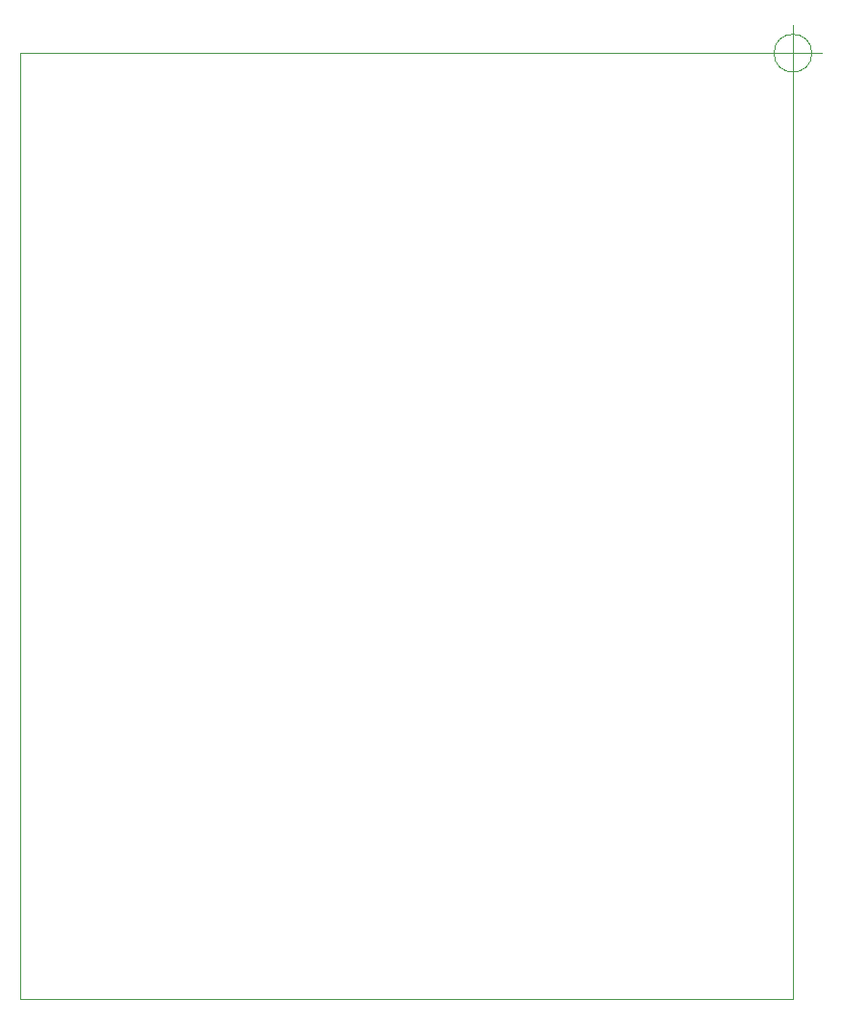
<source format=gm1>
G04 #@! TF.GenerationSoftware,KiCad,Pcbnew,(5.1.6)-1*
G04 #@! TF.CreationDate,2020-09-28T13:24:56+09:00*
G04 #@! TF.ProjectId,mt_rpiprtcap,6d745f72-7069-4707-9274-6361702e6b69,rev?*
G04 #@! TF.SameCoordinates,Original*
G04 #@! TF.FileFunction,Profile,NP*
%FSLAX46Y46*%
G04 Gerber Fmt 4.6, Leading zero omitted, Abs format (unit mm)*
G04 Created by KiCad (PCBNEW (5.1.6)-1) date 2020-09-28 13:24:56*
%MOMM*%
%LPD*%
G01*
G04 APERTURE LIST*
G04 #@! TA.AperFunction,Profile*
%ADD10C,0.050000*%
G04 #@! TD*
G04 APERTURE END LIST*
D10*
X237442166Y-43688000D02*
G75*
G03*
X237442166Y-43688000I-1666666J0D01*
G01*
X233275500Y-43688000D02*
X238275500Y-43688000D01*
X235775500Y-41188000D02*
X235775500Y-46188000D01*
X167716200Y-43688000D02*
X235775500Y-43688000D01*
X167716200Y-127000000D02*
X167716200Y-43688000D01*
X235775500Y-127000000D02*
X167716200Y-127000000D01*
X235775500Y-43688000D02*
X235775500Y-127000000D01*
M02*

</source>
